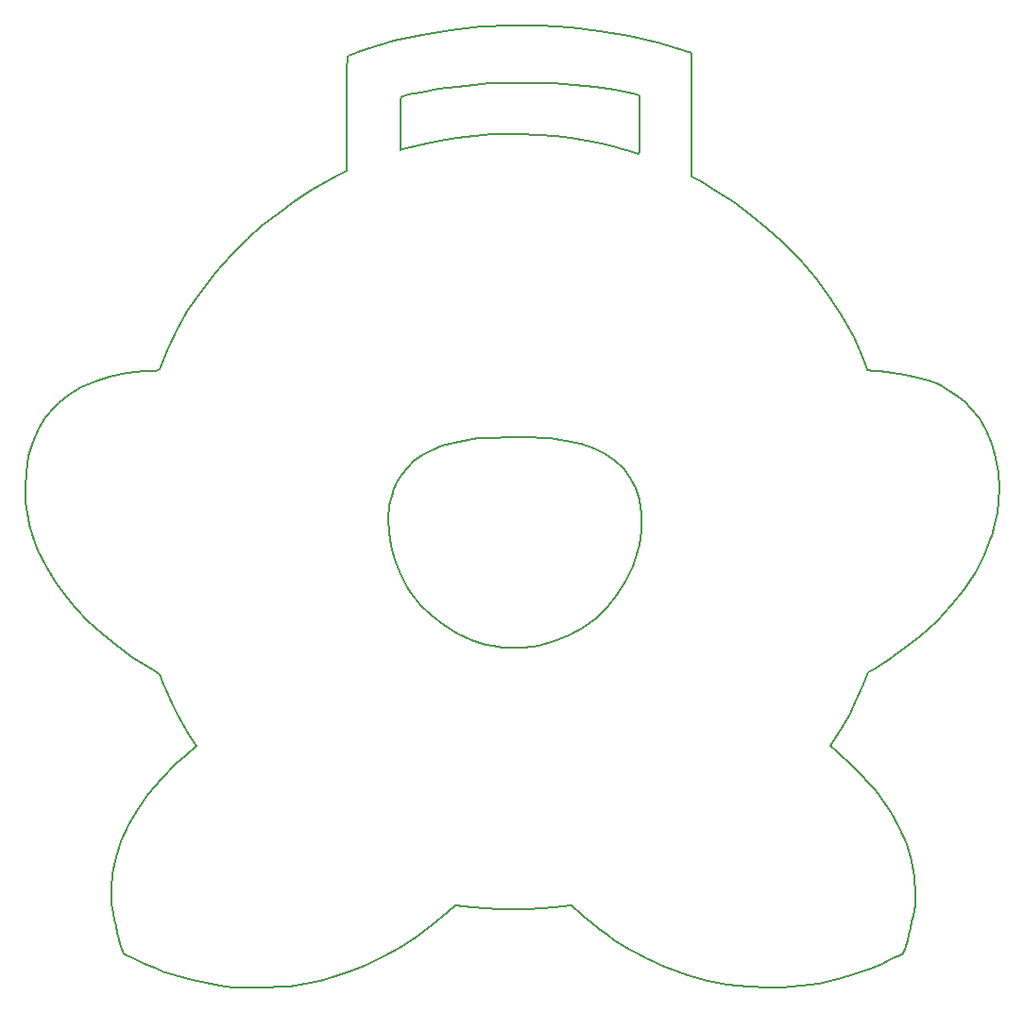
<source format=gm1>
G04 #@! TF.FileFunction,Profile,NP*
%FSLAX46Y46*%
G04 Gerber Fmt 4.6, Leading zero omitted, Abs format (unit mm)*
G04 Created by KiCad (PCBNEW 4.0.7-e2-6376~58~ubuntu16.04.1) date Sun Nov 19 08:32:38 2017*
%MOMM*%
%LPD*%
G01*
G04 APERTURE LIST*
%ADD10C,0.100000*%
%ADD11C,0.200000*%
G04 APERTURE END LIST*
D10*
D11*
X116967600Y-13996308D02*
X119615792Y-14308616D01*
X119615792Y-14308616D02*
X122208720Y-14768578D01*
X122208720Y-14768578D02*
X124724851Y-15376233D01*
X124724851Y-15376233D02*
X126439669Y-15893011D01*
X126439669Y-15893011D02*
X127780036Y-16332499D01*
X127780036Y-16332499D02*
X127780912Y-21850167D01*
X127780912Y-21850167D02*
X127781788Y-27367836D01*
X127781788Y-27367836D02*
X128646120Y-27838206D01*
X128646120Y-27838206D02*
X130119442Y-28703546D01*
X130119442Y-28703546D02*
X131626322Y-29707531D01*
X131626322Y-29707531D02*
X133125546Y-30817631D01*
X133125546Y-30817631D02*
X134575899Y-32001318D01*
X134575899Y-32001318D02*
X135936166Y-33226064D01*
X135936166Y-33226064D02*
X137165134Y-34459339D01*
X137165134Y-34459339D02*
X137507061Y-34831683D01*
X137507061Y-34831683D02*
X138981706Y-36568654D01*
X138981706Y-36568654D02*
X140274547Y-38299484D01*
X140274547Y-38299484D02*
X141391292Y-40033488D01*
X141391292Y-40033488D02*
X142337649Y-41779982D01*
X142337649Y-41779982D02*
X143119328Y-43548280D01*
X143119328Y-43548280D02*
X143516882Y-44639116D01*
X143516882Y-44639116D02*
X143575169Y-44708158D01*
X143575169Y-44708158D02*
X143716412Y-44759821D01*
X143716412Y-44759821D02*
X143970368Y-44799672D01*
X143970368Y-44799672D02*
X144366800Y-44833280D01*
X144366800Y-44833280D02*
X144647293Y-44850604D01*
X144647293Y-44850604D02*
X145806503Y-44957416D01*
X145806503Y-44957416D02*
X146962265Y-45140240D01*
X146962265Y-45140240D02*
X148072225Y-45389151D01*
X148072225Y-45389151D02*
X149094028Y-45694227D01*
X149094028Y-45694227D02*
X149985318Y-46045543D01*
X149985318Y-46045543D02*
X150213372Y-46154677D01*
X150213372Y-46154677D02*
X150925631Y-46564060D01*
X150925631Y-46564060D02*
X151660966Y-47077329D01*
X151660966Y-47077329D02*
X152346543Y-47640161D01*
X152346543Y-47640161D02*
X152816154Y-48095919D01*
X152816154Y-48095919D02*
X153613840Y-49073128D01*
X153613840Y-49073128D02*
X154259393Y-50141583D01*
X154259393Y-50141583D02*
X154755269Y-51308271D01*
X154755269Y-51308271D02*
X155103927Y-52580176D01*
X155103927Y-52580176D02*
X155307823Y-53964285D01*
X155307823Y-53964285D02*
X155369681Y-55354873D01*
X155369681Y-55354873D02*
X155335614Y-56491445D01*
X155335614Y-56491445D02*
X155223288Y-57527416D01*
X155223288Y-57527416D02*
X155020703Y-58538282D01*
X155020703Y-58538282D02*
X154715859Y-59599537D01*
X154715859Y-59599537D02*
X154675348Y-59723260D01*
X154675348Y-59723260D02*
X154054626Y-61303721D01*
X154054626Y-61303721D02*
X153251617Y-62848916D01*
X153251617Y-62848916D02*
X152269564Y-64354874D01*
X152269564Y-64354874D02*
X151111705Y-65817626D01*
X151111705Y-65817626D02*
X149781282Y-67233200D01*
X149781282Y-67233200D02*
X148281536Y-68597628D01*
X148281536Y-68597628D02*
X146615707Y-69906937D01*
X146615707Y-69906937D02*
X146007991Y-70341690D01*
X146007991Y-70341690D02*
X145547481Y-70656739D01*
X145547481Y-70656739D02*
X145063718Y-70976540D01*
X145063718Y-70976540D02*
X144617610Y-71261411D01*
X144617610Y-71261411D02*
X144301837Y-71453274D01*
X144301837Y-71453274D02*
X143605877Y-71859046D01*
X143605877Y-71859046D02*
X143112292Y-73084923D01*
X143112292Y-73084923D02*
X142572463Y-74348062D01*
X142572463Y-74348062D02*
X142003531Y-75534704D01*
X142003531Y-75534704D02*
X141424336Y-76607669D01*
X141424336Y-76607669D02*
X140880408Y-77489848D01*
X140880408Y-77489848D02*
X140254482Y-78430062D01*
X140254482Y-78430062D02*
X140814111Y-78902843D01*
X140814111Y-78902843D02*
X141303525Y-79337686D01*
X141303525Y-79337686D02*
X141863514Y-79870454D01*
X141863514Y-79870454D02*
X142460775Y-80466328D01*
X142460775Y-80466328D02*
X143062007Y-81090487D01*
X143062007Y-81090487D02*
X143633906Y-81708110D01*
X143633906Y-81708110D02*
X144143170Y-82284378D01*
X144143170Y-82284378D02*
X144556498Y-82784471D01*
X144556498Y-82784471D02*
X144678683Y-82943544D01*
X144678683Y-82943544D02*
X145655874Y-84375666D01*
X145655874Y-84375666D02*
X146459595Y-85822118D01*
X146459595Y-85822118D02*
X147087610Y-87275980D01*
X147087610Y-87275980D02*
X147537683Y-88730331D01*
X147537683Y-88730331D02*
X147807580Y-90178251D01*
X147807580Y-90178251D02*
X147895066Y-91612819D01*
X147895066Y-91612819D02*
X147835269Y-92717766D01*
X147835269Y-92717766D02*
X147778307Y-93133016D01*
X147778307Y-93133016D02*
X147689056Y-93636150D01*
X147689056Y-93636150D02*
X147575287Y-94195767D01*
X147575287Y-94195767D02*
X147444768Y-94780464D01*
X147444768Y-94780464D02*
X147305269Y-95358841D01*
X147305269Y-95358841D02*
X147164560Y-95899495D01*
X147164560Y-95899495D02*
X147030411Y-96371025D01*
X147030411Y-96371025D02*
X146910592Y-96742030D01*
X146910592Y-96742030D02*
X146812872Y-96981108D01*
X146812872Y-96981108D02*
X146762721Y-97052506D01*
X146762721Y-97052506D02*
X146477626Y-97224161D01*
X146477626Y-97224161D02*
X146051398Y-97443783D01*
X146051398Y-97443783D02*
X145519945Y-97695652D01*
X145519945Y-97695652D02*
X144919175Y-97964045D01*
X144919175Y-97964045D02*
X144284995Y-98233242D01*
X144284995Y-98233242D02*
X143653314Y-98487521D01*
X143653314Y-98487521D02*
X143060040Y-98711161D01*
X143060040Y-98711161D02*
X142649140Y-98853528D01*
X142649140Y-98853528D02*
X140929083Y-99364385D01*
X140929083Y-99364385D02*
X139272561Y-99738300D01*
X139272561Y-99738300D02*
X137624328Y-99984243D01*
X137624328Y-99984243D02*
X135929136Y-100111184D01*
X135929136Y-100111184D02*
X134761905Y-100134132D01*
X134761905Y-100134132D02*
X132852335Y-100068708D01*
X132852335Y-100068708D02*
X131030298Y-99866880D01*
X131030298Y-99866880D02*
X129251974Y-99520311D01*
X129251974Y-99520311D02*
X127473545Y-99020666D01*
X127473545Y-99020666D02*
X125851518Y-98439056D01*
X125851518Y-98439056D02*
X125209813Y-98170580D01*
X125209813Y-98170580D02*
X124483018Y-97839193D01*
X124483018Y-97839193D02*
X123719219Y-97469094D01*
X123719219Y-97469094D02*
X122966503Y-97084478D01*
X122966503Y-97084478D02*
X122272958Y-96709542D01*
X122272958Y-96709542D02*
X121686671Y-96368483D01*
X121686671Y-96368483D02*
X121485560Y-96242182D01*
X121485560Y-96242182D02*
X120903737Y-95848243D01*
X120903737Y-95848243D02*
X120231524Y-95364615D01*
X120231524Y-95364615D02*
X119517654Y-94828274D01*
X119517654Y-94828274D02*
X118810857Y-94276201D01*
X118810857Y-94276201D02*
X118159868Y-93745372D01*
X118159868Y-93745372D02*
X117866784Y-93496241D01*
X117866784Y-93496241D02*
X117031680Y-92773955D01*
X117031680Y-92773955D02*
X115467895Y-92930605D01*
X115467895Y-92930605D02*
X114368291Y-93015617D01*
X114368291Y-93015617D02*
X113144804Y-93066849D01*
X113144804Y-93066849D02*
X111858640Y-93084307D01*
X111858640Y-93084307D02*
X110571008Y-93067995D01*
X110571008Y-93067995D02*
X109343113Y-93017917D01*
X109343113Y-93017917D02*
X108236163Y-92934079D01*
X108236163Y-92934079D02*
X108195570Y-92930054D01*
X108195570Y-92930054D02*
X106626289Y-92772852D01*
X106626289Y-92772852D02*
X105984829Y-93346574D01*
X105984829Y-93346574D02*
X104541760Y-94564605D01*
X104541760Y-94564605D02*
X103100259Y-95629733D01*
X103100259Y-95629733D02*
X101616675Y-96571685D01*
X101616675Y-96571685D02*
X100047356Y-97420190D01*
X100047356Y-97420190D02*
X99887073Y-97499550D01*
X99887073Y-97499550D02*
X98483473Y-98154322D01*
X98483473Y-98154322D02*
X97162296Y-98693463D01*
X97162296Y-98693463D02*
X95872437Y-99133894D01*
X95872437Y-99133894D02*
X94562790Y-99492536D01*
X94562790Y-99492536D02*
X93182249Y-99786309D01*
X93182249Y-99786309D02*
X92742583Y-99865016D01*
X92742583Y-99865016D02*
X92284438Y-99935884D01*
X92284438Y-99935884D02*
X91815452Y-99990076D01*
X91815452Y-99990076D02*
X91298039Y-100030043D01*
X91298039Y-100030043D02*
X90694609Y-100058236D01*
X90694609Y-100058236D02*
X89967577Y-100077108D01*
X89967577Y-100077108D02*
X89350777Y-100086250D01*
X89350777Y-100086250D02*
X88691100Y-100092048D01*
X88691100Y-100092048D02*
X88070776Y-100094048D01*
X88070776Y-100094048D02*
X87522338Y-100092415D01*
X87522338Y-100092415D02*
X87078322Y-100087314D01*
X87078322Y-100087314D02*
X86771264Y-100078910D01*
X86771264Y-100078910D02*
X86669666Y-100072674D01*
X86669666Y-100072674D02*
X85548278Y-99931307D01*
X85548278Y-99931307D02*
X84324636Y-99713627D01*
X84324636Y-99713627D02*
X83061540Y-99433635D01*
X83061540Y-99433635D02*
X81821790Y-99105333D01*
X81821790Y-99105333D02*
X80668186Y-98742725D01*
X80668186Y-98742725D02*
X80601888Y-98719768D01*
X80601888Y-98719768D02*
X80198509Y-98569282D01*
X80198509Y-98569282D02*
X79708122Y-98370977D01*
X79708122Y-98370977D02*
X79166727Y-98141075D01*
X79166727Y-98141075D02*
X78610320Y-97895798D01*
X78610320Y-97895798D02*
X78074899Y-97651367D01*
X78074899Y-97651367D02*
X77596462Y-97424005D01*
X77596462Y-97424005D02*
X77211007Y-97229932D01*
X77211007Y-97229932D02*
X76954530Y-97085371D01*
X76954530Y-97085371D02*
X76912380Y-97057158D01*
X76912380Y-97057158D02*
X76839937Y-96930193D01*
X76839937Y-96930193D02*
X76739239Y-96650008D01*
X76739239Y-96650008D02*
X76617996Y-96248064D01*
X76617996Y-96248064D02*
X76483916Y-95755820D01*
X76483916Y-95755820D02*
X76344708Y-95204738D01*
X76344708Y-95204738D02*
X76208081Y-94626276D01*
X76208081Y-94626276D02*
X76081743Y-94051894D01*
X76081743Y-94051894D02*
X75973403Y-93513054D01*
X75973403Y-93513054D02*
X75890770Y-93041214D01*
X75890770Y-93041214D02*
X75844791Y-92700238D01*
X75844791Y-92700238D02*
X75791008Y-91285504D01*
X75791008Y-91285504D02*
X75919782Y-89854427D01*
X75919782Y-89854427D02*
X76227117Y-88415100D01*
X76227117Y-88415100D02*
X76709016Y-86975613D01*
X76709016Y-86975613D02*
X77361482Y-85544059D01*
X77361482Y-85544059D02*
X78180517Y-84128531D01*
X78180517Y-84128531D02*
X79162125Y-82737118D01*
X79162125Y-82737118D02*
X80302308Y-81377915D01*
X80302308Y-81377915D02*
X81597070Y-80059011D01*
X81597070Y-80059011D02*
X82485253Y-79256826D01*
X82485253Y-79256826D02*
X83434391Y-78437410D01*
X83434391Y-78437410D02*
X82834084Y-77550030D01*
X82834084Y-77550030D02*
X82504679Y-77025017D01*
X82504679Y-77025017D02*
X82131944Y-76367216D01*
X82131944Y-76367216D02*
X81737876Y-75620281D01*
X81737876Y-75620281D02*
X81344471Y-74827868D01*
X81344471Y-74827868D02*
X80973724Y-74033632D01*
X80973724Y-74033632D02*
X80647632Y-73281228D01*
X80647632Y-73281228D02*
X80507398Y-72932282D01*
X80507398Y-72932282D02*
X80153982Y-72024136D01*
X80153982Y-72024136D02*
X79172378Y-71439410D01*
X79172378Y-71439410D02*
X77740912Y-70522743D01*
X77740912Y-70522743D02*
X76334289Y-69498763D01*
X76334289Y-69498763D02*
X74986228Y-68396287D01*
X74986228Y-68396287D02*
X73730451Y-67244132D01*
X73730451Y-67244132D02*
X72600679Y-66071115D01*
X72600679Y-66071115D02*
X71837195Y-65170998D01*
X71837195Y-65170998D02*
X70807265Y-63767491D01*
X70807265Y-63767491D02*
X69952178Y-62360759D01*
X69952178Y-62360759D02*
X69259589Y-60928606D01*
X69259589Y-60928606D02*
X68802869Y-59715494D01*
X68802869Y-59715494D02*
X68489489Y-58651358D01*
X68489489Y-58651358D02*
X68362597Y-58041018D01*
X100637126Y-58041018D02*
X100678530Y-59274093D01*
X100678530Y-59274093D02*
X100873156Y-60529308D01*
X100873156Y-60529308D02*
X101216919Y-61784192D01*
X101216919Y-61784192D02*
X101705738Y-63016274D01*
X101705738Y-63016274D02*
X102335528Y-64203082D01*
X102335528Y-64203082D02*
X102662559Y-64714496D01*
X102662559Y-64714496D02*
X103502019Y-65792710D01*
X103502019Y-65792710D02*
X104485308Y-66769512D01*
X104485308Y-66769512D02*
X105589054Y-67629763D01*
X105589054Y-67629763D02*
X106789886Y-68358328D01*
X106789886Y-68358328D02*
X108064431Y-68940069D01*
X108064431Y-68940069D02*
X109389318Y-69359850D01*
X109389318Y-69359850D02*
X110056206Y-69502990D01*
X110056206Y-69502990D02*
X110860820Y-69604368D01*
X110860820Y-69604368D02*
X111762378Y-69644994D01*
X111762378Y-69644994D02*
X112685260Y-69625596D01*
X112685260Y-69625596D02*
X113553848Y-69546902D01*
X113553848Y-69546902D02*
X114052426Y-69464516D01*
X114052426Y-69464516D02*
X115490401Y-69079416D01*
X115490401Y-69079416D02*
X116838994Y-68533270D01*
X116838994Y-68533270D02*
X118089010Y-67835235D01*
X118089010Y-67835235D02*
X119231255Y-66994469D01*
X119231255Y-66994469D02*
X120256535Y-66020129D01*
X120256535Y-66020129D02*
X121155656Y-64921373D01*
X121155656Y-64921373D02*
X121919425Y-63707359D01*
X121919425Y-63707359D02*
X122538647Y-62387244D01*
X122538647Y-62387244D02*
X123004128Y-60970186D01*
X123004128Y-60970186D02*
X123137166Y-60415688D01*
X123137166Y-60415688D02*
X123231684Y-59823367D01*
X123231684Y-59823367D02*
X123289121Y-59127592D01*
X123289121Y-59127592D02*
X123309572Y-58384018D01*
X123309572Y-58384018D02*
X123293127Y-57648297D01*
X123293127Y-57648297D02*
X123239880Y-56976083D01*
X123239880Y-56976083D02*
X123149922Y-56423031D01*
X123149922Y-56423031D02*
X123130413Y-56342651D01*
X123130413Y-56342651D02*
X122784294Y-55298895D01*
X122784294Y-55298895D02*
X122313115Y-54371415D01*
X122313115Y-54371415D02*
X121711889Y-53556886D01*
X121711889Y-53556886D02*
X120975631Y-52851983D01*
X120975631Y-52851983D02*
X120099354Y-52253381D01*
X120099354Y-52253381D02*
X119078073Y-51757755D01*
X119078073Y-51757755D02*
X117906803Y-51361779D01*
X117906803Y-51361779D02*
X116580556Y-51062131D01*
X116580556Y-51062131D02*
X115094348Y-50855483D01*
X115094348Y-50855483D02*
X114869108Y-50833399D01*
X114869108Y-50833399D02*
X114295501Y-50794170D01*
X114295501Y-50794170D02*
X113595868Y-50769066D01*
X113595868Y-50769066D02*
X112806000Y-50757365D01*
X112806000Y-50757365D02*
X111961693Y-50758344D01*
X111961693Y-50758344D02*
X111098739Y-50771281D01*
X111098739Y-50771281D02*
X110252932Y-50795454D01*
X110252932Y-50795454D02*
X109460066Y-50830141D01*
X109460066Y-50830141D02*
X108755934Y-50874619D01*
X108755934Y-50874619D02*
X108176329Y-50928166D01*
X108176329Y-50928166D02*
X107836332Y-50975310D01*
X107836332Y-50975310D02*
X106567578Y-51234365D01*
X106567578Y-51234365D02*
X105462653Y-51548142D01*
X105462653Y-51548142D02*
X104503048Y-51924965D01*
X104503048Y-51924965D02*
X103670255Y-52373157D01*
X103670255Y-52373157D02*
X102945766Y-52901042D01*
X102945766Y-52901042D02*
X102399823Y-53420174D01*
X102399823Y-53420174D02*
X101836800Y-54099341D01*
X101836800Y-54099341D02*
X101407366Y-54807970D01*
X101407366Y-54807970D02*
X101068632Y-55618432D01*
X101068632Y-55618432D02*
X101030311Y-55731169D01*
X101030311Y-55731169D02*
X100753025Y-56852553D01*
X100753025Y-56852553D02*
X100637126Y-58041018D01*
X68362597Y-58041018D02*
X68278531Y-57636669D01*
X68278531Y-57636669D02*
X68158544Y-56598529D01*
X68158544Y-56598529D02*
X68118077Y-55464040D01*
X68118077Y-55464040D02*
X68117944Y-55354873D01*
X68117944Y-55354873D02*
X68191154Y-53845711D01*
X68191154Y-53845711D02*
X68407788Y-52456195D01*
X68407788Y-52456195D02*
X68769321Y-51182475D01*
X68769321Y-51182475D02*
X69277227Y-50020706D01*
X69277227Y-50020706D02*
X69932983Y-48967038D01*
X69932983Y-48967038D02*
X70738062Y-48017626D01*
X70738062Y-48017626D02*
X71045771Y-47718167D01*
X71045771Y-47718167D02*
X72031151Y-46919622D01*
X72031151Y-46919622D02*
X73127072Y-46253251D01*
X73127072Y-46253251D02*
X74340331Y-45716585D01*
X74340331Y-45716585D02*
X75677724Y-45307153D01*
X75677724Y-45307153D02*
X77146048Y-45022486D01*
X77146048Y-45022486D02*
X78752099Y-44860116D01*
X78752099Y-44860116D02*
X78940766Y-44849442D01*
X78940766Y-44849442D02*
X79444547Y-44818779D01*
X79444547Y-44818779D02*
X79789249Y-44785518D01*
X79789249Y-44785518D02*
X80003925Y-44744620D01*
X80003925Y-44744620D02*
X80117625Y-44691048D01*
X80117625Y-44691048D02*
X80154301Y-44638989D01*
X80154301Y-44638989D02*
X80871991Y-42805417D01*
X80871991Y-42805417D02*
X81718653Y-41042855D01*
X81718653Y-41042855D02*
X82704274Y-39336482D01*
X82704274Y-39336482D02*
X83838844Y-37671474D01*
X83838844Y-37671474D02*
X85132350Y-36033011D01*
X85132350Y-36033011D02*
X86594780Y-34406271D01*
X86594780Y-34406271D02*
X87991807Y-33008586D01*
X87991807Y-33008586D02*
X89324024Y-31808817D01*
X89324024Y-31808817D02*
X90766335Y-30646897D01*
X90766335Y-30646897D02*
X92276663Y-29552537D01*
X92276663Y-29552537D02*
X93812932Y-28555451D01*
X93812932Y-28555451D02*
X95333067Y-27685351D01*
X95333067Y-27685351D02*
X96046791Y-27320481D01*
X96046791Y-27320481D02*
X96910213Y-26897465D01*
X96910213Y-26897465D02*
X96915826Y-22625115D01*
X101721518Y-22625115D02*
X101721518Y-24990891D01*
X101721518Y-24990891D02*
X101933184Y-24932661D01*
X101933184Y-24932661D02*
X103651523Y-24490150D01*
X103651523Y-24490150D02*
X105261337Y-24142782D01*
X105261337Y-24142782D02*
X106812500Y-23884164D01*
X106812500Y-23884164D02*
X108354885Y-23707900D01*
X108354885Y-23707900D02*
X109938364Y-23607596D01*
X109938364Y-23607596D02*
X111612810Y-23576855D01*
X111612810Y-23576855D02*
X112445962Y-23584628D01*
X112445962Y-23584628D02*
X114088246Y-23637393D01*
X114088246Y-23637393D02*
X115593228Y-23741099D01*
X115593228Y-23741099D02*
X117006466Y-23902380D01*
X117006466Y-23902380D02*
X118373514Y-24127870D01*
X118373514Y-24127870D02*
X119739928Y-24424202D01*
X119739928Y-24424202D02*
X121151265Y-24798011D01*
X121151265Y-24798011D02*
X121524110Y-24906613D01*
X121524110Y-24906613D02*
X122016826Y-25051043D01*
X122016826Y-25051043D02*
X122450078Y-25175220D01*
X122450078Y-25175220D02*
X122789906Y-25269629D01*
X122789906Y-25269629D02*
X123002347Y-25324753D01*
X123002347Y-25324753D02*
X123052814Y-25334900D01*
X123052814Y-25334900D02*
X123088912Y-25297890D01*
X123088912Y-25297890D02*
X123117341Y-25168814D01*
X123117341Y-25168814D02*
X123138842Y-24931204D01*
X123138842Y-24931204D02*
X123154154Y-24568593D01*
X123154154Y-24568593D02*
X123164017Y-24064514D01*
X123164017Y-24064514D02*
X123169173Y-23402498D01*
X123169173Y-23402498D02*
X123170406Y-22718710D01*
X123170406Y-22718710D02*
X123170406Y-20092176D01*
X123170406Y-20092176D02*
X122535406Y-19949369D01*
X122535406Y-19949369D02*
X120910354Y-19631150D01*
X120910354Y-19631150D02*
X119146332Y-19371630D01*
X119146332Y-19371630D02*
X117283871Y-19173121D01*
X117283871Y-19173121D02*
X115363503Y-19037937D01*
X115363503Y-19037937D02*
X113425758Y-18968389D01*
X113425758Y-18968389D02*
X111511167Y-18966792D01*
X111511167Y-18966792D02*
X109660262Y-19035458D01*
X109660262Y-19035458D02*
X108306703Y-19137409D01*
X108306703Y-19137409D02*
X107586549Y-19213298D01*
X107586549Y-19213298D02*
X106802170Y-19310230D01*
X106802170Y-19310230D02*
X105983025Y-19423294D01*
X105983025Y-19423294D02*
X105158572Y-19547584D01*
X105158572Y-19547584D02*
X104358271Y-19678192D01*
X104358271Y-19678192D02*
X103611580Y-19810209D01*
X103611580Y-19810209D02*
X102947959Y-19938727D01*
X102947959Y-19938727D02*
X102396868Y-20058838D01*
X102396868Y-20058838D02*
X101987764Y-20165634D01*
X101987764Y-20165634D02*
X101839110Y-20214959D01*
X101839110Y-20214959D02*
X101800795Y-20274764D01*
X101800795Y-20274764D02*
X101771081Y-20433114D01*
X101771081Y-20433114D02*
X101749140Y-20706971D01*
X101749140Y-20706971D02*
X101734146Y-21113298D01*
X101734146Y-21113298D02*
X101725271Y-21669059D01*
X101725271Y-21669059D02*
X101721686Y-22391216D01*
X101721686Y-22391216D02*
X101721518Y-22625115D01*
X96915826Y-22625115D02*
X96916976Y-21750220D01*
X96916976Y-21750220D02*
X96918667Y-20634993D01*
X96918667Y-20634993D02*
X96920918Y-19692983D01*
X96920918Y-19692983D02*
X96924252Y-18909256D01*
X96924252Y-18909256D02*
X96929193Y-18268881D01*
X96929193Y-18268881D02*
X96936266Y-17756925D01*
X96936266Y-17756925D02*
X96945993Y-17358456D01*
X96945993Y-17358456D02*
X96958898Y-17058543D01*
X96958898Y-17058543D02*
X96975506Y-16842252D01*
X96975506Y-16842252D02*
X96996340Y-16694652D01*
X96996340Y-16694652D02*
X97021924Y-16600811D01*
X97021924Y-16600811D02*
X97052781Y-16545796D01*
X97052781Y-16545796D02*
X97089435Y-16514675D01*
X97089435Y-16514675D02*
X97100845Y-16508190D01*
X97100845Y-16508190D02*
X97248484Y-16446624D01*
X97248484Y-16446624D02*
X97539562Y-16338977D01*
X97539562Y-16338977D02*
X97938753Y-16197838D01*
X97938753Y-16197838D02*
X98410730Y-16035796D01*
X98410730Y-16035796D02*
X98691504Y-15941335D01*
X98691504Y-15941335D02*
X101123663Y-15221110D01*
X101123663Y-15221110D02*
X103651278Y-14648277D01*
X103651278Y-14648277D02*
X106252819Y-14222874D01*
X106252819Y-14222874D02*
X108906753Y-13944938D01*
X108906753Y-13944938D02*
X111591549Y-13814507D01*
X111591549Y-13814507D02*
X114285675Y-13831617D01*
X114285675Y-13831617D02*
X116967600Y-13996308D01*
M02*

</source>
